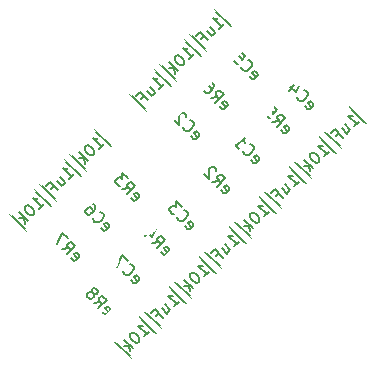
<source format=gbo>
%TF.GenerationSoftware,KiCad,Pcbnew,4.1.0-alpha+201609021633+7109~49~ubuntu16.04.1-product*%
%TF.CreationDate,2016-09-14T14:39:46+05:30*%
%TF.ProjectId,OTS2_encC,4F5453325F656E63432E6B696361645F,rev?*%
%TF.FileFunction,Legend,Bot*%
%FSLAX46Y46*%
G04 Gerber Fmt 4.6, Leading zero omitted, Abs format (unit mm)*
G04 Created by KiCad (PCBNEW 4.1.0-alpha+201609021633+7109~49~ubuntu16.04.1-product) date Wed Sep 14 14:39:46 2016*
%MOMM*%
%LPD*%
G01*
G04 APERTURE LIST*
%ADD10C,0.101600*%
%ADD11C,0.150000*%
%ADD12C,2.432000*%
%ADD13C,2.800000*%
%ADD14C,5.400000*%
%ADD15C,3.000000*%
G04 APERTURE END LIST*
D10*
D11*
X105709124Y-125575089D02*
X104294911Y-124160876D01*
X106380876Y-122074911D02*
X107795089Y-123489124D01*
X100629124Y-130655089D02*
X99214911Y-129240876D01*
X101300876Y-127154911D02*
X102715089Y-128569124D01*
X101754911Y-126700876D02*
X103169124Y-128115089D01*
X105255089Y-126029124D02*
X103840876Y-124614911D01*
X96674911Y-131780876D02*
X98089124Y-133195089D01*
X100175089Y-131109124D02*
X98760876Y-129694911D01*
X95549124Y-135735089D02*
X94134911Y-134320876D01*
X96220876Y-132234911D02*
X97635089Y-133649124D01*
X91594911Y-136860876D02*
X93009124Y-138275089D01*
X95095089Y-136189124D02*
X93680876Y-134774911D01*
X91140876Y-137314911D02*
X92555089Y-138729124D01*
X90469124Y-140815089D02*
X89054911Y-139400876D01*
X82704911Y-126065876D02*
X84119124Y-127480089D01*
X86205089Y-125394124D02*
X84790876Y-123979911D01*
X81125089Y-130474124D02*
X79710876Y-129059911D01*
X77624911Y-131145876D02*
X79039124Y-132560089D01*
X90015089Y-141269124D02*
X88600876Y-139854911D01*
X86514911Y-141940876D02*
X87929124Y-143355089D01*
X82250876Y-126519911D02*
X83665089Y-127934124D01*
X81579124Y-130020089D02*
X80164911Y-128605876D01*
X90324911Y-118445876D02*
X91739124Y-119860089D01*
X93825089Y-117774124D02*
X92410876Y-116359911D01*
X94279124Y-117320089D02*
X92864911Y-115905876D01*
X94950876Y-113819911D02*
X96365089Y-115234124D01*
X89199124Y-122400089D02*
X87784911Y-120985876D01*
X89870876Y-118899911D02*
X91285089Y-120314124D01*
X102631374Y-121999793D02*
X102665045Y-122100809D01*
X102799732Y-122235496D01*
X102900748Y-122269167D01*
X103001763Y-122235496D01*
X103271137Y-121966122D01*
X103304809Y-121865106D01*
X103271137Y-121764091D01*
X103136450Y-121629404D01*
X103035435Y-121595732D01*
X102934419Y-121629404D01*
X102867076Y-121696748D01*
X103136450Y-122100809D01*
X101924267Y-121225343D02*
X101924267Y-121292687D01*
X101991610Y-121427374D01*
X102058954Y-121494717D01*
X102193641Y-121562061D01*
X102328328Y-121562061D01*
X102429343Y-121528389D01*
X102597702Y-121427374D01*
X102698717Y-121326358D01*
X102799732Y-121158000D01*
X102833404Y-121056984D01*
X102833404Y-120922297D01*
X102766061Y-120787610D01*
X102698717Y-120720267D01*
X102564030Y-120652923D01*
X102496687Y-120652923D01*
X101722236Y-120215190D02*
X101250832Y-120686595D01*
X102159969Y-120114175D02*
X101823251Y-120787610D01*
X101385519Y-120349877D01*
X106785778Y-123723984D02*
X107189839Y-123319923D01*
X106987809Y-123521954D02*
X106280702Y-122814847D01*
X106449061Y-122848519D01*
X106583748Y-122848519D01*
X106684763Y-122814847D01*
X105708282Y-123858671D02*
X106179687Y-124330076D01*
X106011328Y-123555625D02*
X106381717Y-123926015D01*
X106415389Y-124027030D01*
X106381717Y-124128045D01*
X106280702Y-124229061D01*
X106179687Y-124262732D01*
X106112343Y-124262732D01*
X105236877Y-124532106D02*
X105472580Y-124296404D01*
X105842969Y-124666793D02*
X105135862Y-123959687D01*
X104799145Y-124296404D01*
X98059374Y-126571793D02*
X98093045Y-126672809D01*
X98227732Y-126807496D01*
X98328748Y-126841167D01*
X98429763Y-126807496D01*
X98699137Y-126538122D01*
X98732809Y-126437106D01*
X98699137Y-126336091D01*
X98564450Y-126201404D01*
X98463435Y-126167732D01*
X98362419Y-126201404D01*
X98295076Y-126268748D01*
X98564450Y-126672809D01*
X97352267Y-125797343D02*
X97352267Y-125864687D01*
X97419610Y-125999374D01*
X97486954Y-126066717D01*
X97621641Y-126134061D01*
X97756328Y-126134061D01*
X97857343Y-126100389D01*
X98025702Y-125999374D01*
X98126717Y-125898358D01*
X98227732Y-125730000D01*
X98261404Y-125628984D01*
X98261404Y-125494297D01*
X98194061Y-125359610D01*
X98126717Y-125292267D01*
X97992030Y-125224923D01*
X97924687Y-125224923D01*
X96611488Y-125191251D02*
X97015549Y-125595312D01*
X96813519Y-125393282D02*
X97520625Y-124686175D01*
X97486954Y-124854534D01*
X97486954Y-124989221D01*
X97520625Y-125090236D01*
X101705778Y-128803984D02*
X102109839Y-128399923D01*
X101907809Y-128601954D02*
X101200702Y-127894847D01*
X101369061Y-127928519D01*
X101503748Y-127928519D01*
X101604763Y-127894847D01*
X100628282Y-128938671D02*
X101099687Y-129410076D01*
X100931328Y-128635625D02*
X101301717Y-129006015D01*
X101335389Y-129107030D01*
X101301717Y-129208045D01*
X101200702Y-129309061D01*
X101099687Y-129342732D01*
X101032343Y-129342732D01*
X100156877Y-129612106D02*
X100392580Y-129376404D01*
X100762969Y-129746793D02*
X100055862Y-129039687D01*
X99719145Y-129376404D01*
X100599374Y-124031793D02*
X100633045Y-124132809D01*
X100767732Y-124267496D01*
X100868748Y-124301167D01*
X100969763Y-124267496D01*
X101239137Y-123998122D01*
X101272809Y-123897106D01*
X101239137Y-123796091D01*
X101104450Y-123661404D01*
X101003435Y-123627732D01*
X100902419Y-123661404D01*
X100835076Y-123728748D01*
X101104450Y-124132809D01*
X99824923Y-123324687D02*
X100397343Y-123223671D01*
X100228984Y-123728748D02*
X100936091Y-123021641D01*
X100666717Y-122752267D01*
X100565702Y-122718595D01*
X100498358Y-122718595D01*
X100397343Y-122752267D01*
X100296328Y-122853282D01*
X100262656Y-122954297D01*
X100262656Y-123021641D01*
X100296328Y-123122656D01*
X100565702Y-123392030D01*
X99892267Y-121977816D02*
X100228984Y-122314534D01*
X99925938Y-122684923D01*
X99925938Y-122617580D01*
X99892267Y-122516564D01*
X99723908Y-122348206D01*
X99622893Y-122314534D01*
X99555549Y-122314534D01*
X99454534Y-122348206D01*
X99286175Y-122516564D01*
X99252503Y-122617580D01*
X99252503Y-122684923D01*
X99286175Y-122785938D01*
X99454534Y-122954297D01*
X99555549Y-122987969D01*
X99622893Y-122987969D01*
X104245778Y-126263984D02*
X104649839Y-125859923D01*
X104447809Y-126061954D02*
X103740702Y-125354847D01*
X103909061Y-125388519D01*
X104043748Y-125388519D01*
X104144763Y-125354847D01*
X103100938Y-125994610D02*
X103033595Y-126061954D01*
X102999923Y-126162969D01*
X102999923Y-126230312D01*
X103033595Y-126331328D01*
X103134610Y-126499687D01*
X103302969Y-126668045D01*
X103471328Y-126769061D01*
X103572343Y-126802732D01*
X103639687Y-126802732D01*
X103740702Y-126769061D01*
X103808045Y-126701717D01*
X103841717Y-126600702D01*
X103841717Y-126533358D01*
X103808045Y-126432343D01*
X103707030Y-126263984D01*
X103538671Y-126095625D01*
X103370312Y-125994610D01*
X103269297Y-125960938D01*
X103201954Y-125960938D01*
X103100938Y-125994610D01*
X103269297Y-127240465D02*
X102562190Y-126533358D01*
X102932580Y-127038435D02*
X102999923Y-127509839D01*
X102528519Y-127038435D02*
X103067267Y-127038435D01*
X95519374Y-129111793D02*
X95553045Y-129212809D01*
X95687732Y-129347496D01*
X95788748Y-129381167D01*
X95889763Y-129347496D01*
X96159137Y-129078122D01*
X96192809Y-128977106D01*
X96159137Y-128876091D01*
X96024450Y-128741404D01*
X95923435Y-128707732D01*
X95822419Y-128741404D01*
X95755076Y-128808748D01*
X96024450Y-129212809D01*
X94744923Y-128404687D02*
X95317343Y-128303671D01*
X95148984Y-128808748D02*
X95856091Y-128101641D01*
X95586717Y-127832267D01*
X95485702Y-127798595D01*
X95418358Y-127798595D01*
X95317343Y-127832267D01*
X95216328Y-127933282D01*
X95182656Y-128034297D01*
X95182656Y-128101641D01*
X95216328Y-128202656D01*
X95485702Y-128472030D01*
X95115312Y-127495549D02*
X95115312Y-127428206D01*
X95081641Y-127327190D01*
X94913282Y-127158832D01*
X94812267Y-127125160D01*
X94744923Y-127125160D01*
X94643908Y-127158832D01*
X94576564Y-127226175D01*
X94509221Y-127360862D01*
X94509221Y-128168984D01*
X94071488Y-127731251D01*
X99165778Y-131343984D02*
X99569839Y-130939923D01*
X99367809Y-131141954D02*
X98660702Y-130434847D01*
X98829061Y-130468519D01*
X98963748Y-130468519D01*
X99064763Y-130434847D01*
X98020938Y-131074610D02*
X97953595Y-131141954D01*
X97919923Y-131242969D01*
X97919923Y-131310312D01*
X97953595Y-131411328D01*
X98054610Y-131579687D01*
X98222969Y-131748045D01*
X98391328Y-131849061D01*
X98492343Y-131882732D01*
X98559687Y-131882732D01*
X98660702Y-131849061D01*
X98728045Y-131781717D01*
X98761717Y-131680702D01*
X98761717Y-131613358D01*
X98728045Y-131512343D01*
X98627030Y-131343984D01*
X98458671Y-131175625D01*
X98290312Y-131074610D01*
X98189297Y-131040938D01*
X98121954Y-131040938D01*
X98020938Y-131074610D01*
X98189297Y-132320465D02*
X97482190Y-131613358D01*
X97852580Y-132118435D02*
X97919923Y-132589839D01*
X97448519Y-132118435D02*
X97987267Y-132118435D01*
X92471374Y-132159793D02*
X92505045Y-132260809D01*
X92639732Y-132395496D01*
X92740748Y-132429167D01*
X92841763Y-132395496D01*
X93111137Y-132126122D01*
X93144809Y-132025106D01*
X93111137Y-131924091D01*
X92976450Y-131789404D01*
X92875435Y-131755732D01*
X92774419Y-131789404D01*
X92707076Y-131856748D01*
X92976450Y-132260809D01*
X91764267Y-131385343D02*
X91764267Y-131452687D01*
X91831610Y-131587374D01*
X91898954Y-131654717D01*
X92033641Y-131722061D01*
X92168328Y-131722061D01*
X92269343Y-131688389D01*
X92437702Y-131587374D01*
X92538717Y-131486358D01*
X92639732Y-131318000D01*
X92673404Y-131216984D01*
X92673404Y-131082297D01*
X92606061Y-130947610D01*
X92538717Y-130880267D01*
X92404030Y-130812923D01*
X92336687Y-130812923D01*
X92168328Y-130509877D02*
X91730595Y-130072145D01*
X91696923Y-130577221D01*
X91595908Y-130476206D01*
X91494893Y-130442534D01*
X91427549Y-130442534D01*
X91326534Y-130476206D01*
X91158175Y-130644564D01*
X91124503Y-130745580D01*
X91124503Y-130812923D01*
X91158175Y-130913938D01*
X91360206Y-131115969D01*
X91461221Y-131149641D01*
X91528564Y-131149641D01*
X96625778Y-133883984D02*
X97029839Y-133479923D01*
X96827809Y-133681954D02*
X96120702Y-132974847D01*
X96289061Y-133008519D01*
X96423748Y-133008519D01*
X96524763Y-132974847D01*
X95548282Y-134018671D02*
X96019687Y-134490076D01*
X95851328Y-133715625D02*
X96221717Y-134086015D01*
X96255389Y-134187030D01*
X96221717Y-134288045D01*
X96120702Y-134389061D01*
X96019687Y-134422732D01*
X95952343Y-134422732D01*
X95076877Y-134692106D02*
X95312580Y-134456404D01*
X95682969Y-134826793D02*
X94975862Y-134119687D01*
X94639145Y-134456404D01*
X90439374Y-134318794D02*
X90473045Y-134419810D01*
X90607732Y-134554497D01*
X90708748Y-134588168D01*
X90809763Y-134554497D01*
X91079137Y-134285123D01*
X91112809Y-134184107D01*
X91079137Y-134083092D01*
X90944450Y-133948405D01*
X90843435Y-133914733D01*
X90742419Y-133948405D01*
X90675076Y-134015749D01*
X90944450Y-134419810D01*
X89664923Y-133611688D02*
X90237343Y-133510672D01*
X90068984Y-134015749D02*
X90776091Y-133308642D01*
X90506717Y-133039268D01*
X90405702Y-133005596D01*
X90338358Y-133005596D01*
X90237343Y-133039268D01*
X90136328Y-133140283D01*
X90102656Y-133241298D01*
X90102656Y-133308642D01*
X90136328Y-133409657D01*
X90405702Y-133679031D01*
X89530236Y-132534191D02*
X89058832Y-133005596D01*
X89967969Y-132433176D02*
X89631251Y-133106611D01*
X89193519Y-132668878D01*
X94085778Y-136423984D02*
X94489839Y-136019923D01*
X94287809Y-136221954D02*
X93580702Y-135514847D01*
X93749061Y-135548519D01*
X93883748Y-135548519D01*
X93984763Y-135514847D01*
X92940938Y-136154610D02*
X92873595Y-136221954D01*
X92839923Y-136322969D01*
X92839923Y-136390312D01*
X92873595Y-136491328D01*
X92974610Y-136659687D01*
X93142969Y-136828045D01*
X93311328Y-136929061D01*
X93412343Y-136962732D01*
X93479687Y-136962732D01*
X93580702Y-136929061D01*
X93648045Y-136861717D01*
X93681717Y-136760702D01*
X93681717Y-136693358D01*
X93648045Y-136592343D01*
X93547030Y-136423984D01*
X93378671Y-136255625D01*
X93210312Y-136154610D01*
X93109297Y-136120938D01*
X93041954Y-136120938D01*
X92940938Y-136154610D01*
X93109297Y-137400465D02*
X92402190Y-136693358D01*
X92772580Y-137198435D02*
X92839923Y-137669839D01*
X92368519Y-137198435D02*
X92907267Y-137198435D01*
X87899374Y-136731793D02*
X87933045Y-136832809D01*
X88067732Y-136967496D01*
X88168748Y-137001167D01*
X88269763Y-136967496D01*
X88539137Y-136698122D01*
X88572809Y-136597106D01*
X88539137Y-136496091D01*
X88404450Y-136361404D01*
X88303435Y-136327732D01*
X88202419Y-136361404D01*
X88135076Y-136428748D01*
X88404450Y-136832809D01*
X87192267Y-135957343D02*
X87192267Y-136024687D01*
X87259610Y-136159374D01*
X87326954Y-136226717D01*
X87461641Y-136294061D01*
X87596328Y-136294061D01*
X87697343Y-136260389D01*
X87865702Y-136159374D01*
X87966717Y-136058358D01*
X88067732Y-135890000D01*
X88101404Y-135788984D01*
X88101404Y-135654297D01*
X88034061Y-135519610D01*
X87966717Y-135452267D01*
X87832030Y-135384923D01*
X87764687Y-135384923D01*
X87596328Y-135081877D02*
X87124923Y-134610473D01*
X86720862Y-135620625D01*
X91545778Y-138963984D02*
X91949839Y-138559923D01*
X91747809Y-138761954D02*
X91040702Y-138054847D01*
X91209061Y-138088519D01*
X91343748Y-138088519D01*
X91444763Y-138054847D01*
X90468282Y-139098671D02*
X90939687Y-139570076D01*
X90771328Y-138795625D02*
X91141717Y-139166015D01*
X91175389Y-139267030D01*
X91141717Y-139368045D01*
X91040702Y-139469061D01*
X90939687Y-139502732D01*
X90872343Y-139502732D01*
X89996877Y-139772106D02*
X90232580Y-139536404D01*
X90602969Y-139906793D02*
X89895862Y-139199687D01*
X89559145Y-139536404D01*
X87899374Y-129746793D02*
X87933045Y-129847809D01*
X88067732Y-129982496D01*
X88168748Y-130016167D01*
X88269763Y-129982496D01*
X88539137Y-129713122D01*
X88572809Y-129612106D01*
X88539137Y-129511091D01*
X88404450Y-129376404D01*
X88303435Y-129342732D01*
X88202419Y-129376404D01*
X88135076Y-129443748D01*
X88404450Y-129847809D01*
X87124923Y-129039687D02*
X87697343Y-128938671D01*
X87528984Y-129443748D02*
X88236091Y-128736641D01*
X87966717Y-128467267D01*
X87865702Y-128433595D01*
X87798358Y-128433595D01*
X87697343Y-128467267D01*
X87596328Y-128568282D01*
X87562656Y-128669297D01*
X87562656Y-128736641D01*
X87596328Y-128837656D01*
X87865702Y-129107030D01*
X87596328Y-128096877D02*
X87158595Y-127659145D01*
X87124923Y-128164221D01*
X87023908Y-128063206D01*
X86922893Y-128029534D01*
X86855549Y-128029534D01*
X86754534Y-128063206D01*
X86586175Y-128231564D01*
X86552503Y-128332580D01*
X86552503Y-128399923D01*
X86586175Y-128500938D01*
X86788206Y-128702969D01*
X86889221Y-128736641D01*
X86956564Y-128736641D01*
X85195778Y-125628984D02*
X85599839Y-125224923D01*
X85397809Y-125426954D02*
X84690702Y-124719847D01*
X84859061Y-124753519D01*
X84993748Y-124753519D01*
X85094763Y-124719847D01*
X84050938Y-125359610D02*
X83983595Y-125426954D01*
X83949923Y-125527969D01*
X83949923Y-125595312D01*
X83983595Y-125696328D01*
X84084610Y-125864687D01*
X84252969Y-126033045D01*
X84421328Y-126134061D01*
X84522343Y-126167732D01*
X84589687Y-126167732D01*
X84690702Y-126134061D01*
X84758045Y-126066717D01*
X84791717Y-125965702D01*
X84791717Y-125898358D01*
X84758045Y-125797343D01*
X84657030Y-125628984D01*
X84488671Y-125460625D01*
X84320312Y-125359610D01*
X84219297Y-125325938D01*
X84151954Y-125325938D01*
X84050938Y-125359610D01*
X84219297Y-126605465D02*
X83512190Y-125898358D01*
X83882580Y-126403435D02*
X83949923Y-126874839D01*
X83478519Y-126403435D02*
X84017267Y-126403435D01*
X82819374Y-134826793D02*
X82853045Y-134927809D01*
X82987732Y-135062496D01*
X83088748Y-135096167D01*
X83189763Y-135062496D01*
X83459137Y-134793122D01*
X83492809Y-134692106D01*
X83459137Y-134591091D01*
X83324450Y-134456404D01*
X83223435Y-134422732D01*
X83122419Y-134456404D01*
X83055076Y-134523748D01*
X83324450Y-134927809D01*
X82044923Y-134119687D02*
X82617343Y-134018671D01*
X82448984Y-134523748D02*
X83156091Y-133816641D01*
X82886717Y-133547267D01*
X82785702Y-133513595D01*
X82718358Y-133513595D01*
X82617343Y-133547267D01*
X82516328Y-133648282D01*
X82482656Y-133749297D01*
X82482656Y-133816641D01*
X82516328Y-133917656D01*
X82785702Y-134187030D01*
X82516328Y-133176877D02*
X82044923Y-132705473D01*
X81640862Y-133715625D01*
X80115778Y-130708984D02*
X80519839Y-130304923D01*
X80317809Y-130506954D02*
X79610702Y-129799847D01*
X79779061Y-129833519D01*
X79913748Y-129833519D01*
X80014763Y-129799847D01*
X78970938Y-130439610D02*
X78903595Y-130506954D01*
X78869923Y-130607969D01*
X78869923Y-130675312D01*
X78903595Y-130776328D01*
X79004610Y-130944687D01*
X79172969Y-131113045D01*
X79341328Y-131214061D01*
X79442343Y-131247732D01*
X79509687Y-131247732D01*
X79610702Y-131214061D01*
X79678045Y-131146717D01*
X79711717Y-131045702D01*
X79711717Y-130978358D01*
X79678045Y-130877343D01*
X79577030Y-130708984D01*
X79408671Y-130540625D01*
X79240312Y-130439610D01*
X79139297Y-130405938D01*
X79071954Y-130405938D01*
X78970938Y-130439610D01*
X79139297Y-131685465D02*
X78432190Y-130978358D01*
X78802580Y-131483435D02*
X78869923Y-131954839D01*
X78398519Y-131483435D02*
X78937267Y-131483435D01*
X85486374Y-139398793D02*
X85520045Y-139499809D01*
X85654732Y-139634496D01*
X85755748Y-139668167D01*
X85856763Y-139634496D01*
X86126137Y-139365122D01*
X86159809Y-139264106D01*
X86126137Y-139163091D01*
X85991450Y-139028404D01*
X85890435Y-138994732D01*
X85789419Y-139028404D01*
X85722076Y-139095748D01*
X85991450Y-139499809D01*
X84711923Y-138691687D02*
X85284343Y-138590671D01*
X85115984Y-139095748D02*
X85823091Y-138388641D01*
X85553717Y-138119267D01*
X85452702Y-138085595D01*
X85385358Y-138085595D01*
X85284343Y-138119267D01*
X85183328Y-138220282D01*
X85149656Y-138321297D01*
X85149656Y-138388641D01*
X85183328Y-138489656D01*
X85452702Y-138759030D01*
X84711923Y-137883564D02*
X84812938Y-137917236D01*
X84880282Y-137917236D01*
X84981297Y-137883564D01*
X85014969Y-137849893D01*
X85048641Y-137748877D01*
X85048641Y-137681534D01*
X85014969Y-137580519D01*
X84880282Y-137445832D01*
X84779267Y-137412160D01*
X84711923Y-137412160D01*
X84610908Y-137445832D01*
X84577236Y-137479503D01*
X84543564Y-137580519D01*
X84543564Y-137647862D01*
X84577236Y-137748877D01*
X84711923Y-137883564D01*
X84745595Y-137984580D01*
X84745595Y-138051923D01*
X84711923Y-138152938D01*
X84577236Y-138287625D01*
X84476221Y-138321297D01*
X84408877Y-138321297D01*
X84307862Y-138287625D01*
X84173175Y-138152938D01*
X84139503Y-138051923D01*
X84139503Y-137984580D01*
X84173175Y-137883564D01*
X84307862Y-137748877D01*
X84408877Y-137715206D01*
X84476221Y-137715206D01*
X84577236Y-137748877D01*
X89005778Y-141503984D02*
X89409839Y-141099923D01*
X89207809Y-141301954D02*
X88500702Y-140594847D01*
X88669061Y-140628519D01*
X88803748Y-140628519D01*
X88904763Y-140594847D01*
X87860938Y-141234610D02*
X87793595Y-141301954D01*
X87759923Y-141402969D01*
X87759923Y-141470312D01*
X87793595Y-141571328D01*
X87894610Y-141739687D01*
X88062969Y-141908045D01*
X88231328Y-142009061D01*
X88332343Y-142042732D01*
X88399687Y-142042732D01*
X88500702Y-142009061D01*
X88568045Y-141941717D01*
X88601717Y-141840702D01*
X88601717Y-141773358D01*
X88568045Y-141672343D01*
X88467030Y-141503984D01*
X88298671Y-141335625D01*
X88130312Y-141234610D01*
X88029297Y-141200938D01*
X87961954Y-141200938D01*
X87860938Y-141234610D01*
X88029297Y-142480465D02*
X87322190Y-141773358D01*
X87692580Y-142278435D02*
X87759923Y-142749839D01*
X87288519Y-142278435D02*
X87827267Y-142278435D01*
X85359374Y-132286793D02*
X85393045Y-132387809D01*
X85527732Y-132522496D01*
X85628748Y-132556167D01*
X85729763Y-132522496D01*
X85999137Y-132253122D01*
X86032809Y-132152106D01*
X85999137Y-132051091D01*
X85864450Y-131916404D01*
X85763435Y-131882732D01*
X85662419Y-131916404D01*
X85595076Y-131983748D01*
X85864450Y-132387809D01*
X84652267Y-131512343D02*
X84652267Y-131579687D01*
X84719610Y-131714374D01*
X84786954Y-131781717D01*
X84921641Y-131849061D01*
X85056328Y-131849061D01*
X85157343Y-131815389D01*
X85325702Y-131714374D01*
X85426717Y-131613358D01*
X85527732Y-131445000D01*
X85561404Y-131343984D01*
X85561404Y-131209297D01*
X85494061Y-131074610D01*
X85426717Y-131007267D01*
X85292030Y-130939923D01*
X85224687Y-130939923D01*
X84685938Y-130266488D02*
X84820625Y-130401175D01*
X84854297Y-130502190D01*
X84854297Y-130569534D01*
X84820625Y-130737893D01*
X84719610Y-130906251D01*
X84450236Y-131175625D01*
X84349221Y-131209297D01*
X84281877Y-131209297D01*
X84180862Y-131175625D01*
X84046175Y-131040938D01*
X84012503Y-130939923D01*
X84012503Y-130872580D01*
X84046175Y-130771564D01*
X84214534Y-130603206D01*
X84315549Y-130569534D01*
X84382893Y-130569534D01*
X84483908Y-130603206D01*
X84618595Y-130737893D01*
X84652267Y-130838908D01*
X84652267Y-130906251D01*
X84618595Y-131007267D01*
X82655778Y-128168984D02*
X83059839Y-127764923D01*
X82857809Y-127966954D02*
X82150702Y-127259847D01*
X82319061Y-127293519D01*
X82453748Y-127293519D01*
X82554763Y-127259847D01*
X81578282Y-128303671D02*
X82049687Y-128775076D01*
X81881328Y-128000625D02*
X82251717Y-128371015D01*
X82285389Y-128472030D01*
X82251717Y-128573045D01*
X82150702Y-128674061D01*
X82049687Y-128707732D01*
X81982343Y-128707732D01*
X81106877Y-128977106D02*
X81342580Y-128741404D01*
X81712969Y-129111793D02*
X81005862Y-128404687D01*
X80669145Y-128741404D01*
X95392374Y-121999793D02*
X95426045Y-122100809D01*
X95560732Y-122235496D01*
X95661748Y-122269167D01*
X95762763Y-122235496D01*
X96032137Y-121966122D01*
X96065809Y-121865106D01*
X96032137Y-121764091D01*
X95897450Y-121629404D01*
X95796435Y-121595732D01*
X95695419Y-121629404D01*
X95628076Y-121696748D01*
X95897450Y-122100809D01*
X94617923Y-121292687D02*
X95190343Y-121191671D01*
X95021984Y-121696748D02*
X95729091Y-120989641D01*
X95459717Y-120720267D01*
X95358702Y-120686595D01*
X95291358Y-120686595D01*
X95190343Y-120720267D01*
X95089328Y-120821282D01*
X95055656Y-120922297D01*
X95055656Y-120989641D01*
X95089328Y-121090656D01*
X95358702Y-121360030D01*
X94718938Y-119979488D02*
X94853625Y-120114175D01*
X94887297Y-120215190D01*
X94887297Y-120282534D01*
X94853625Y-120450893D01*
X94752610Y-120619251D01*
X94483236Y-120888625D01*
X94382221Y-120922297D01*
X94314877Y-120922297D01*
X94213862Y-120888625D01*
X94079175Y-120753938D01*
X94045503Y-120652923D01*
X94045503Y-120585580D01*
X94079175Y-120484564D01*
X94247534Y-120316206D01*
X94348549Y-120282534D01*
X94415893Y-120282534D01*
X94516908Y-120316206D01*
X94651595Y-120450893D01*
X94685267Y-120551908D01*
X94685267Y-120619251D01*
X94651595Y-120720267D01*
X92815778Y-118008984D02*
X93219839Y-117604923D01*
X93017809Y-117806954D02*
X92310702Y-117099847D01*
X92479061Y-117133519D01*
X92613748Y-117133519D01*
X92714763Y-117099847D01*
X91670938Y-117739610D02*
X91603595Y-117806954D01*
X91569923Y-117907969D01*
X91569923Y-117975312D01*
X91603595Y-118076328D01*
X91704610Y-118244687D01*
X91872969Y-118413045D01*
X92041328Y-118514061D01*
X92142343Y-118547732D01*
X92209687Y-118547732D01*
X92310702Y-118514061D01*
X92378045Y-118446717D01*
X92411717Y-118345702D01*
X92411717Y-118278358D01*
X92378045Y-118177343D01*
X92277030Y-118008984D01*
X92108671Y-117840625D01*
X91940312Y-117739610D01*
X91839297Y-117705938D01*
X91771954Y-117705938D01*
X91670938Y-117739610D01*
X91839297Y-118985465D02*
X91132190Y-118278358D01*
X91502580Y-118783435D02*
X91569923Y-119254839D01*
X91098519Y-118783435D02*
X91637267Y-118783435D01*
X97932374Y-119459793D02*
X97966045Y-119560809D01*
X98100732Y-119695496D01*
X98201748Y-119729167D01*
X98302763Y-119695496D01*
X98572137Y-119426122D01*
X98605809Y-119325106D01*
X98572137Y-119224091D01*
X98437450Y-119089404D01*
X98336435Y-119055732D01*
X98235419Y-119089404D01*
X98168076Y-119156748D01*
X98437450Y-119560809D01*
X97225267Y-118685343D02*
X97225267Y-118752687D01*
X97292610Y-118887374D01*
X97359954Y-118954717D01*
X97494641Y-119022061D01*
X97629328Y-119022061D01*
X97730343Y-118988389D01*
X97898702Y-118887374D01*
X97999717Y-118786358D01*
X98100732Y-118618000D01*
X98134404Y-118516984D01*
X98134404Y-118382297D01*
X98067061Y-118247610D01*
X97999717Y-118180267D01*
X97865030Y-118112923D01*
X97797687Y-118112923D01*
X97225267Y-117405816D02*
X97561984Y-117742534D01*
X97258938Y-118112923D01*
X97258938Y-118045580D01*
X97225267Y-117944564D01*
X97056908Y-117776206D01*
X96955893Y-117742534D01*
X96888549Y-117742534D01*
X96787534Y-117776206D01*
X96619175Y-117944564D01*
X96585503Y-118045580D01*
X96585503Y-118112923D01*
X96619175Y-118213938D01*
X96787534Y-118382297D01*
X96888549Y-118415969D01*
X96955893Y-118415969D01*
X95355778Y-115468984D02*
X95759839Y-115064923D01*
X95557809Y-115266954D02*
X94850702Y-114559847D01*
X95019061Y-114593519D01*
X95153748Y-114593519D01*
X95254763Y-114559847D01*
X94278282Y-115603671D02*
X94749687Y-116075076D01*
X94581328Y-115300625D02*
X94951717Y-115671015D01*
X94985389Y-115772030D01*
X94951717Y-115873045D01*
X94850702Y-115974061D01*
X94749687Y-116007732D01*
X94682343Y-116007732D01*
X93806877Y-116277106D02*
X94042580Y-116041404D01*
X94412969Y-116411793D02*
X93705862Y-115704687D01*
X93369145Y-116041404D01*
X92979374Y-124539792D02*
X93013045Y-124640808D01*
X93147732Y-124775495D01*
X93248748Y-124809166D01*
X93349763Y-124775495D01*
X93619137Y-124506121D01*
X93652809Y-124405105D01*
X93619137Y-124304090D01*
X93484450Y-124169403D01*
X93383435Y-124135731D01*
X93282419Y-124169403D01*
X93215076Y-124236747D01*
X93484450Y-124640808D01*
X92272267Y-123765342D02*
X92272267Y-123832686D01*
X92339610Y-123967373D01*
X92406954Y-124034716D01*
X92541641Y-124102060D01*
X92676328Y-124102060D01*
X92777343Y-124068388D01*
X92945702Y-123967373D01*
X93046717Y-123866357D01*
X93147732Y-123697999D01*
X93181404Y-123596983D01*
X93181404Y-123462296D01*
X93114061Y-123327609D01*
X93046717Y-123260266D01*
X92912030Y-123192922D01*
X92844687Y-123192922D01*
X92575312Y-122923548D02*
X92575312Y-122856205D01*
X92541641Y-122755189D01*
X92373282Y-122586831D01*
X92272267Y-122553159D01*
X92204923Y-122553159D01*
X92103908Y-122586831D01*
X92036564Y-122654174D01*
X91969221Y-122788861D01*
X91969221Y-123596983D01*
X91531488Y-123159250D01*
X90275778Y-120548984D02*
X90679839Y-120144923D01*
X90477809Y-120346954D02*
X89770702Y-119639847D01*
X89939061Y-119673519D01*
X90073748Y-119673519D01*
X90174763Y-119639847D01*
X89198282Y-120683671D02*
X89669687Y-121155076D01*
X89501328Y-120380625D02*
X89871717Y-120751015D01*
X89905389Y-120852030D01*
X89871717Y-120953045D01*
X89770702Y-121054061D01*
X89669687Y-121087732D01*
X89602343Y-121087732D01*
X88726877Y-121357106D02*
X88962580Y-121121404D01*
X89332969Y-121491793D02*
X88625862Y-120784687D01*
X88289145Y-121121404D01*
%LPC*%
D10*
G36*
X102756953Y-122587563D02*
X104807563Y-120536953D01*
X106504619Y-122234009D01*
X104454009Y-124284619D01*
X102756953Y-122587563D01*
X102756953Y-122587563D01*
G37*
G36*
X105585381Y-125415991D02*
X107635991Y-123365381D01*
X109333047Y-125062437D01*
X107282437Y-127113047D01*
X105585381Y-125415991D01*
X105585381Y-125415991D01*
G37*
G36*
X97676953Y-127667563D02*
X99727563Y-125616953D01*
X101424619Y-127314009D01*
X99374009Y-129364619D01*
X97676953Y-127667563D01*
X97676953Y-127667563D01*
G37*
G36*
X100505381Y-130495991D02*
X102555991Y-128445381D01*
X104253047Y-130142437D01*
X102202437Y-132193047D01*
X100505381Y-130495991D01*
X100505381Y-130495991D01*
G37*
G36*
X106793047Y-127602437D02*
X104742437Y-129653047D01*
X103045381Y-127955991D01*
X105095991Y-125905381D01*
X106793047Y-127602437D01*
X106793047Y-127602437D01*
G37*
G36*
X103964619Y-124774009D02*
X101914009Y-126824619D01*
X100216953Y-125127563D01*
X102267563Y-123076953D01*
X103964619Y-124774009D01*
X103964619Y-124774009D01*
G37*
G36*
X101713047Y-132682437D02*
X99662437Y-134733047D01*
X97965381Y-133035991D01*
X100015991Y-130985381D01*
X101713047Y-132682437D01*
X101713047Y-132682437D01*
G37*
G36*
X98884619Y-129854009D02*
X96834009Y-131904619D01*
X95136953Y-130207563D01*
X97187563Y-128156953D01*
X98884619Y-129854009D01*
X98884619Y-129854009D01*
G37*
G36*
X92596953Y-132747563D02*
X94647563Y-130696953D01*
X96344619Y-132394009D01*
X94294009Y-134444619D01*
X92596953Y-132747563D01*
X92596953Y-132747563D01*
G37*
G36*
X95425381Y-135575991D02*
X97475991Y-133525381D01*
X99173047Y-135222437D01*
X97122437Y-137273047D01*
X95425381Y-135575991D01*
X95425381Y-135575991D01*
G37*
G36*
X96633047Y-137762437D02*
X94582437Y-139813047D01*
X92885381Y-138115991D01*
X94935991Y-136065381D01*
X96633047Y-137762437D01*
X96633047Y-137762437D01*
G37*
G36*
X93804619Y-134934009D02*
X91754009Y-136984619D01*
X90056953Y-135287563D01*
X92107563Y-133236953D01*
X93804619Y-134934009D01*
X93804619Y-134934009D01*
G37*
G36*
X94093047Y-140302437D02*
X92042437Y-142353047D01*
X90345381Y-140655991D01*
X92395991Y-138605381D01*
X94093047Y-140302437D01*
X94093047Y-140302437D01*
G37*
G36*
X91264619Y-137474009D02*
X89214009Y-139524619D01*
X87516953Y-137827563D01*
X89567563Y-135776953D01*
X91264619Y-137474009D01*
X91264619Y-137474009D01*
G37*
G36*
X87743047Y-126967437D02*
X85692437Y-129018047D01*
X83995381Y-127320991D01*
X86045991Y-125270381D01*
X87743047Y-126967437D01*
X87743047Y-126967437D01*
G37*
G36*
X84914619Y-124139009D02*
X82864009Y-126189619D01*
X81166953Y-124492563D01*
X83217563Y-122441953D01*
X84914619Y-124139009D01*
X84914619Y-124139009D01*
G37*
G36*
X76086953Y-129572563D02*
X78137563Y-127521953D01*
X79834619Y-129219009D01*
X77784009Y-131269619D01*
X76086953Y-129572563D01*
X76086953Y-129572563D01*
G37*
G36*
X78915381Y-132400991D02*
X80965991Y-130350381D01*
X82663047Y-132047437D01*
X80612437Y-134098047D01*
X78915381Y-132400991D01*
X78915381Y-132400991D01*
G37*
G36*
X84976953Y-140367563D02*
X87027563Y-138316953D01*
X88724619Y-140014009D01*
X86674009Y-142064619D01*
X84976953Y-140367563D01*
X84976953Y-140367563D01*
G37*
G36*
X87805381Y-143195991D02*
X89855991Y-141145381D01*
X91553047Y-142842437D01*
X89502437Y-144893047D01*
X87805381Y-143195991D01*
X87805381Y-143195991D01*
G37*
G36*
X85203047Y-129507437D02*
X83152437Y-131558047D01*
X81455381Y-129860991D01*
X83505991Y-127810381D01*
X85203047Y-129507437D01*
X85203047Y-129507437D01*
G37*
G36*
X82374619Y-126679009D02*
X80324009Y-128729619D01*
X78626953Y-127032563D01*
X80677563Y-124981953D01*
X82374619Y-126679009D01*
X82374619Y-126679009D01*
G37*
G36*
X95363047Y-119347437D02*
X93312437Y-121398047D01*
X91615381Y-119700991D01*
X93665991Y-117650381D01*
X95363047Y-119347437D01*
X95363047Y-119347437D01*
G37*
G36*
X92534619Y-116519009D02*
X90484009Y-118569619D01*
X88786953Y-116872563D01*
X90837563Y-114821953D01*
X92534619Y-116519009D01*
X92534619Y-116519009D01*
G37*
G36*
X91326953Y-114332563D02*
X93377563Y-112281953D01*
X95074619Y-113979009D01*
X93024009Y-116029619D01*
X91326953Y-114332563D01*
X91326953Y-114332563D01*
G37*
G36*
X94155381Y-117160991D02*
X96205991Y-115110381D01*
X97903047Y-116807437D01*
X95852437Y-118858047D01*
X94155381Y-117160991D01*
X94155381Y-117160991D01*
G37*
G36*
X86246953Y-119412563D02*
X88297563Y-117361953D01*
X89994619Y-119059009D01*
X87944009Y-121109619D01*
X86246953Y-119412563D01*
X86246953Y-119412563D01*
G37*
G36*
X89075381Y-122240991D02*
X91125991Y-120190381D01*
X92823047Y-121887437D01*
X90772437Y-123938047D01*
X89075381Y-122240991D01*
X89075381Y-122240991D01*
G37*
G36*
X79266040Y-121361378D02*
X80985724Y-123081062D01*
X79266040Y-124800746D01*
X77546356Y-123081062D01*
X79266040Y-121361378D01*
X79266040Y-121361378D01*
G37*
D12*
X77469989Y-121285011D02*
X77469989Y-121285011D01*
D13*
X93185158Y-129380158D03*
D14*
X81468398Y-117663398D03*
D13*
X85527191Y-134817809D03*
D14*
X102681602Y-138876602D03*
D13*
X98622809Y-121722191D03*
D14*
X81468398Y-138876602D03*
X102681602Y-117663398D03*
D15*
X88893019Y-131451981D03*
X95256981Y-125088019D03*
D13*
X76971199Y-136019890D03*
X85527191Y-121722191D03*
X88468755Y-112119681D03*
X95681245Y-144420319D03*
X108154608Y-131522691D03*
X107178801Y-120520110D03*
D10*
G36*
X98425000Y-142689684D02*
X96705316Y-140970000D01*
X98425000Y-139250316D01*
X100144684Y-140970000D01*
X98425000Y-142689684D01*
X98425000Y-142689684D01*
G37*
D12*
X100221051Y-142766051D02*
X100221051Y-142766051D01*
D10*
G36*
X86360000Y-113850316D02*
X88079684Y-115570000D01*
X86360000Y-117289684D01*
X84640316Y-115570000D01*
X86360000Y-113850316D01*
X86360000Y-113850316D01*
G37*
D12*
X84563949Y-113773949D02*
X84563949Y-113773949D01*
D10*
G36*
X104883949Y-136448633D02*
X103164265Y-134728949D01*
X104883949Y-133009265D01*
X106603633Y-134728949D01*
X104883949Y-136448633D01*
X104883949Y-136448633D01*
G37*
D12*
X106680000Y-136525000D02*
X106680000Y-136525000D01*
D10*
G36*
X97263949Y-114749684D02*
X95544265Y-113030000D01*
X97263949Y-111310316D01*
X98983633Y-113030000D01*
X97263949Y-114749684D01*
X97263949Y-114749684D01*
G37*
D12*
X99060000Y-114826051D02*
X99060000Y-114826051D01*
M02*

</source>
